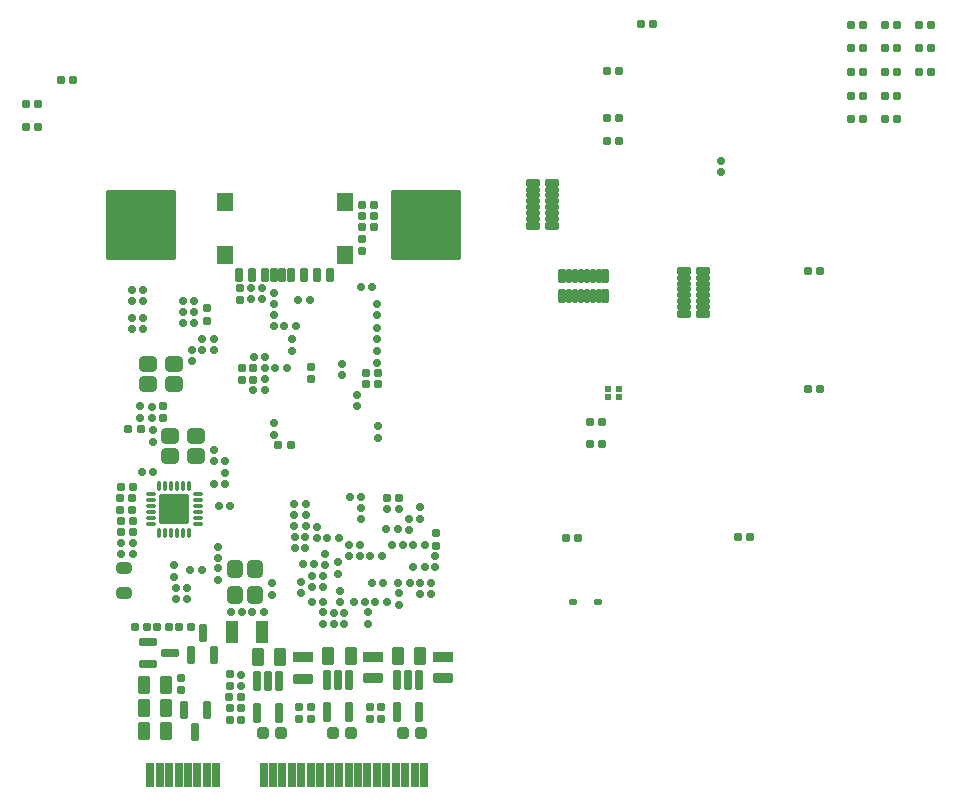
<source format=gbr>
%TF.GenerationSoftware,KiCad,Pcbnew,9.0.3*%
%TF.CreationDate,2025-09-01T16:13:13+03:00*%
%TF.ProjectId,ThingsCore-1,5468696e-6773-4436-9f72-652d312e6b69,rev?*%
%TF.SameCoordinates,Original*%
%TF.FileFunction,Soldermask,Bot*%
%TF.FilePolarity,Negative*%
%FSLAX46Y46*%
G04 Gerber Fmt 4.6, Leading zero omitted, Abs format (unit mm)*
G04 Created by KiCad (PCBNEW 9.0.3) date 2025-09-01 16:13:13*
%MOMM*%
%LPD*%
G01*
G04 APERTURE LIST*
G04 Aperture macros list*
%AMRoundRect*
0 Rectangle with rounded corners*
0 $1 Rounding radius*
0 $2 $3 $4 $5 $6 $7 $8 $9 X,Y pos of 4 corners*
0 Add a 4 corners polygon primitive as box body*
4,1,4,$2,$3,$4,$5,$6,$7,$8,$9,$2,$3,0*
0 Add four circle primitives for the rounded corners*
1,1,$1+$1,$2,$3*
1,1,$1+$1,$4,$5*
1,1,$1+$1,$6,$7*
1,1,$1+$1,$8,$9*
0 Add four rect primitives between the rounded corners*
20,1,$1+$1,$2,$3,$4,$5,0*
20,1,$1+$1,$4,$5,$6,$7,0*
20,1,$1+$1,$6,$7,$8,$9,0*
20,1,$1+$1,$8,$9,$2,$3,0*%
G04 Aperture macros list end*
%ADD10RoundRect,0.181500X-0.181500X0.636500X-0.181500X-0.636500X0.181500X-0.636500X0.181500X0.636500X0*%
%ADD11RoundRect,0.081500X-0.081500X0.344000X-0.081500X-0.344000X0.081500X-0.344000X0.081500X0.344000X0*%
%ADD12RoundRect,0.081500X-0.344000X0.081500X-0.344000X-0.081500X0.344000X-0.081500X0.344000X0.081500X0*%
%ADD13RoundRect,0.038000X-1.225000X1.225000X-1.225000X-1.225000X1.225000X-1.225000X1.225000X1.225000X0*%
%ADD14RoundRect,0.265833X0.472167X0.372167X-0.472167X0.372167X-0.472167X-0.372167X0.472167X-0.372167X0*%
%ADD15RoundRect,0.159000X0.189000X-0.159000X0.189000X0.159000X-0.189000X0.159000X-0.189000X-0.159000X0*%
%ADD16RoundRect,0.159000X-0.189000X0.159000X-0.189000X-0.159000X0.189000X-0.159000X0.189000X0.159000X0*%
%ADD17RoundRect,0.265833X0.372167X-0.472167X0.372167X0.472167X-0.372167X0.472167X-0.372167X-0.472167X0*%
%ADD18RoundRect,0.038000X0.500000X0.900000X-0.500000X0.900000X-0.500000X-0.900000X0.500000X-0.900000X0*%
%ADD19RoundRect,0.154000X-0.204000X0.154000X-0.204000X-0.154000X0.204000X-0.154000X0.204000X0.154000X0*%
%ADD20RoundRect,0.159000X-0.159000X-0.189000X0.159000X-0.189000X0.159000X0.189000X-0.159000X0.189000X0*%
%ADD21RoundRect,0.159000X0.159000X0.189000X-0.159000X0.189000X-0.159000X-0.189000X0.159000X-0.189000X0*%
%ADD22RoundRect,0.038000X-2.900000X-2.900000X2.900000X-2.900000X2.900000X2.900000X-2.900000X2.900000X0*%
%ADD23RoundRect,0.038000X-0.300000X-1.000000X0.300000X-1.000000X0.300000X1.000000X-0.300000X1.000000X0*%
%ADD24RoundRect,0.154000X0.154000X0.204000X-0.154000X0.204000X-0.154000X-0.204000X0.154000X-0.204000X0*%
%ADD25RoundRect,0.154000X-0.154000X-0.204000X0.154000X-0.204000X0.154000X0.204000X-0.154000X0.204000X0*%
%ADD26RoundRect,0.076750X0.525250X0.230250X-0.525250X0.230250X-0.525250X-0.230250X0.525250X-0.230250X0*%
%ADD27RoundRect,0.058000X0.544000X0.174000X-0.544000X0.174000X-0.544000X-0.174000X0.544000X-0.174000X0*%
%ADD28RoundRect,0.269000X-0.269000X-0.494000X0.269000X-0.494000X0.269000X0.494000X-0.269000X0.494000X0*%
%ADD29RoundRect,0.212750X0.675250X-0.212750X0.675250X0.212750X-0.675250X0.212750X-0.675250X-0.212750X0*%
%ADD30RoundRect,0.225250X0.662750X-0.225250X0.662750X0.225250X-0.662750X0.225250X-0.662750X-0.225250X0*%
%ADD31RoundRect,0.038000X0.250000X0.200000X-0.250000X0.200000X-0.250000X-0.200000X0.250000X-0.200000X0*%
%ADD32RoundRect,0.244000X-0.244000X-0.269000X0.244000X-0.269000X0.244000X0.269000X-0.244000X0.269000X0*%
%ADD33RoundRect,0.154000X0.204000X-0.154000X0.204000X0.154000X-0.204000X0.154000X-0.204000X-0.154000X0*%
%ADD34RoundRect,0.050800X0.250000X0.500000X-0.250000X0.500000X-0.250000X-0.500000X0.250000X-0.500000X0*%
%ADD35RoundRect,0.050800X0.650000X0.700000X-0.650000X0.700000X-0.650000X-0.700000X0.650000X-0.700000X0*%
%ADD36RoundRect,0.131500X0.206500X0.131500X-0.206500X0.131500X-0.206500X-0.131500X0.206500X-0.131500X0*%
%ADD37RoundRect,0.169000X0.169000X-0.606500X0.169000X0.606500X-0.169000X0.606500X-0.169000X-0.606500X0*%
%ADD38RoundRect,0.237750X0.400250X-0.237750X0.400250X0.237750X-0.400250X0.237750X-0.400250X-0.237750X0*%
%ADD39RoundRect,0.169000X-0.169000X0.606500X-0.169000X-0.606500X0.169000X-0.606500X0.169000X0.606500X0*%
%ADD40RoundRect,0.169000X-0.606500X-0.169000X0.606500X-0.169000X0.606500X0.169000X-0.606500X0.169000X0*%
%ADD41RoundRect,0.076750X-0.230250X0.525250X-0.230250X-0.525250X0.230250X-0.525250X0.230250X0.525250X0*%
%ADD42RoundRect,0.058000X-0.174000X0.544000X-0.174000X-0.544000X0.174000X-0.544000X0.174000X0.544000X0*%
G04 APERTURE END LIST*
D10*
%TO.C,U5*%
X36975000Y-56500000D03*
X38875000Y-56500000D03*
X38875000Y-53800000D03*
X37925000Y-53800000D03*
X36975000Y-53800000D03*
%TD*%
D11*
%TO.C,U6*%
X16870000Y-37347500D03*
X17370000Y-37347500D03*
X17870000Y-37347500D03*
X18370000Y-37347500D03*
X18870000Y-37347500D03*
X19370000Y-37347500D03*
D12*
X20107500Y-38085000D03*
X20107500Y-38585000D03*
X20107500Y-39085000D03*
X20107500Y-39585000D03*
X20107500Y-40085000D03*
X20107500Y-40585000D03*
D11*
X19370000Y-41322500D03*
X18870000Y-41322500D03*
X18370000Y-41322500D03*
X17870000Y-41322500D03*
X17370000Y-41322500D03*
X16870000Y-41322500D03*
D12*
X16132500Y-40585000D03*
X16132500Y-40085000D03*
X16132500Y-39585000D03*
X16132500Y-39085000D03*
X16132500Y-38585000D03*
X16132500Y-38085000D03*
D13*
X18120000Y-39335000D03*
%TD*%
D14*
%TO.C,Y4*%
X19980000Y-34805000D03*
X17780000Y-34805000D03*
X17780000Y-33105000D03*
X19980000Y-33105000D03*
%TD*%
D15*
%TO.C,C94*%
X16325000Y-32645000D03*
X16325000Y-33605000D03*
%TD*%
D16*
%TO.C,C93*%
X21475000Y-35280000D03*
X21475000Y-34320000D03*
%TD*%
D17*
%TO.C,Y1*%
X24950000Y-46605000D03*
X24950000Y-44405000D03*
X23250000Y-44405000D03*
X23250000Y-46605000D03*
%TD*%
D18*
%TO.C,Y2*%
X25550000Y-49700000D03*
X23050000Y-49700000D03*
%TD*%
D16*
%TO.C,C70*%
X21875000Y-45305000D03*
X21875000Y-44345000D03*
%TD*%
D19*
%TO.C,R35*%
X40300000Y-42410000D03*
X40300000Y-41390000D03*
%TD*%
D20*
%TO.C,C68*%
X25705000Y-48075000D03*
X24745000Y-48075000D03*
%TD*%
D21*
%TO.C,C67*%
X22915000Y-48075000D03*
X23875000Y-48075000D03*
%TD*%
D16*
%TO.C,C71*%
X15275000Y-31600000D03*
X15275000Y-30640000D03*
%TD*%
D15*
%TO.C,C72*%
X16225000Y-30645000D03*
X16225000Y-31605000D03*
%TD*%
D19*
%TO.C,R37*%
X20925000Y-23360000D03*
X20925000Y-22340000D03*
%TD*%
D21*
%TO.C,C90*%
X20520000Y-24925000D03*
X21480000Y-24925000D03*
%TD*%
D20*
%TO.C,C87*%
X19805000Y-21675000D03*
X18845000Y-21675000D03*
%TD*%
D21*
%TO.C,C84*%
X14570000Y-23175000D03*
X15530000Y-23175000D03*
%TD*%
D20*
%TO.C,C88*%
X19805000Y-22600000D03*
X18845000Y-22600000D03*
%TD*%
D21*
%TO.C,C86*%
X15500000Y-20770000D03*
X14540000Y-20770000D03*
%TD*%
%TO.C,C83*%
X14570000Y-24100000D03*
X15530000Y-24100000D03*
%TD*%
D20*
%TO.C,C89*%
X19805000Y-23550000D03*
X18845000Y-23550000D03*
%TD*%
D21*
%TO.C,C85*%
X15505000Y-21700000D03*
X14545000Y-21700000D03*
%TD*%
D22*
%TO.C,U1*%
X15307328Y-15308537D03*
X39486338Y-15314455D03*
D23*
X16100000Y-61802500D03*
X16900000Y-61802500D03*
X17700000Y-61802500D03*
X18500000Y-61802500D03*
X19300000Y-61802500D03*
X20100000Y-61802500D03*
X20900000Y-61802500D03*
X21700000Y-61802500D03*
X25700000Y-61802500D03*
X26500000Y-61802500D03*
X27300000Y-61802500D03*
X28100000Y-61802500D03*
X28900000Y-61802500D03*
X29700000Y-61802500D03*
X30500000Y-61802500D03*
X31300000Y-61802500D03*
X32100000Y-61802500D03*
X32900000Y-61802500D03*
X33700000Y-61802500D03*
X34500000Y-61802500D03*
X35300000Y-61802500D03*
X36100000Y-61802500D03*
X36900000Y-61802500D03*
X37700000Y-61802500D03*
X38500000Y-61802500D03*
X39300000Y-61802500D03*
%TD*%
D15*
%TO.C,C50*%
X33600000Y-30630000D03*
X33600000Y-29670000D03*
%TD*%
D24*
%TO.C,R57*%
X82235000Y1660000D03*
X81215000Y1660000D03*
%TD*%
D21*
%TO.C,C39*%
X35805000Y-45550000D03*
X34845000Y-45550000D03*
%TD*%
D24*
%TO.C,R51*%
X76415000Y-6300000D03*
X75395000Y-6300000D03*
%TD*%
D19*
%TO.C,R21*%
X24840000Y-27365000D03*
X24840000Y-28385000D03*
%TD*%
D25*
%TO.C,R18*%
X36140000Y-38375000D03*
X37160000Y-38375000D03*
%TD*%
D24*
%TO.C,R16*%
X35410000Y-27825000D03*
X34390000Y-27825000D03*
%TD*%
D26*
%TO.C,RN4*%
X50160000Y-11700000D03*
D27*
X50160000Y-12275000D03*
X50160000Y-12775000D03*
X50160000Y-13275000D03*
X50160000Y-13775000D03*
X50160000Y-14275000D03*
X50160000Y-14775000D03*
D26*
X50160000Y-15350000D03*
X48490000Y-15350000D03*
D27*
X48490000Y-14775000D03*
X48490000Y-14275000D03*
X48490000Y-13775000D03*
X48490000Y-13275000D03*
X48490000Y-12775000D03*
X48490000Y-12275000D03*
D26*
X48490000Y-11700000D03*
%TD*%
D21*
%TO.C,C52*%
X25830000Y-26475000D03*
X24870000Y-26475000D03*
%TD*%
D25*
%TO.C,R33*%
X34050000Y-14535000D03*
X35070000Y-14535000D03*
%TD*%
D24*
%TO.C,R29*%
X9555000Y-3000000D03*
X8535000Y-3000000D03*
%TD*%
D15*
%TO.C,C26*%
X32550000Y-49055000D03*
X32550000Y-48095000D03*
%TD*%
D24*
%TO.C,R13*%
X52315000Y-41745000D03*
X51295000Y-41745000D03*
%TD*%
D16*
%TO.C,C27*%
X32150000Y-46270000D03*
X32150000Y-47230000D03*
%TD*%
%TO.C,C56*%
X35325000Y-25970000D03*
X35325000Y-26930000D03*
%TD*%
D24*
%TO.C,R53*%
X79325000Y-330000D03*
X78305000Y-330000D03*
%TD*%
D28*
%TO.C,C6*%
X37075000Y-51775000D03*
X38975000Y-51775000D03*
%TD*%
D19*
%TO.C,R5*%
X34700000Y-56090000D03*
X34700000Y-57110000D03*
%TD*%
D21*
%TO.C,C61*%
X34880000Y-20550000D03*
X33920000Y-20550000D03*
%TD*%
D29*
%TO.C,L3*%
X40900000Y-53637500D03*
D30*
X40900000Y-51837500D03*
%TD*%
D16*
%TO.C,C40*%
X29240000Y-41695000D03*
X29240000Y-42655000D03*
%TD*%
D24*
%TO.C,R15*%
X35410000Y-28775000D03*
X34390000Y-28775000D03*
%TD*%
D25*
%TO.C,R23*%
X14265000Y-32550000D03*
X15285000Y-32550000D03*
%TD*%
D24*
%TO.C,R27*%
X6645000Y-4990000D03*
X5625000Y-4990000D03*
%TD*%
D25*
%TO.C,R10*%
X18532500Y-49312500D03*
X19552500Y-49312500D03*
%TD*%
D19*
%TO.C,R8*%
X22900000Y-53315000D03*
X22900000Y-54335000D03*
%TD*%
D24*
%TO.C,R38*%
X55775000Y-2205000D03*
X54755000Y-2205000D03*
%TD*%
D16*
%TO.C,C46*%
X38975000Y-45545000D03*
X38975000Y-46505000D03*
%TD*%
D24*
%TO.C,R52*%
X79325000Y1660000D03*
X78305000Y1660000D03*
%TD*%
D21*
%TO.C,C80*%
X19205000Y-46925000D03*
X18245000Y-46925000D03*
%TD*%
D15*
%TO.C,C92*%
X19625000Y-26805000D03*
X19625000Y-25845000D03*
%TD*%
D21*
%TO.C,C53*%
X25805000Y-29267836D03*
X24845000Y-29267836D03*
%TD*%
D24*
%TO.C,R12*%
X15810000Y-49300000D03*
X14790000Y-49300000D03*
%TD*%
D20*
%TO.C,C14*%
X28320000Y-39850000D03*
X29280000Y-39850000D03*
%TD*%
D24*
%TO.C,R30*%
X54350000Y-33825000D03*
X53330000Y-33825000D03*
%TD*%
%TO.C,R9*%
X66890000Y-41655000D03*
X65870000Y-41655000D03*
%TD*%
%TO.C,R48*%
X76415000Y-330000D03*
X75395000Y-330000D03*
%TD*%
D31*
%TO.C,RN2*%
X55835000Y-29155000D03*
X55835000Y-29855000D03*
X54835000Y-29855000D03*
X54835000Y-29155000D03*
%TD*%
D15*
%TO.C,C44*%
X37155000Y-47430000D03*
X37155000Y-46470000D03*
%TD*%
D20*
%TO.C,C36*%
X32920000Y-42400000D03*
X33880000Y-42400000D03*
%TD*%
%TO.C,C17*%
X28320000Y-40775000D03*
X29280000Y-40775000D03*
%TD*%
D24*
%TO.C,R59*%
X82235000Y-2320000D03*
X81215000Y-2320000D03*
%TD*%
D32*
%TO.C,C2*%
X31537500Y-58275000D03*
X33087500Y-58275000D03*
%TD*%
D33*
%TO.C,R26*%
X23725000Y-21635000D03*
X23725000Y-20615000D03*
%TD*%
D24*
%TO.C,R40*%
X55775000Y-6185000D03*
X54755000Y-6185000D03*
%TD*%
D20*
%TO.C,C41*%
X36570000Y-42400000D03*
X37530000Y-42400000D03*
%TD*%
D16*
%TO.C,C19*%
X30200000Y-40845000D03*
X30200000Y-41805000D03*
%TD*%
%TO.C,C95*%
X22400000Y-35295000D03*
X22400000Y-36255000D03*
%TD*%
%TO.C,C51*%
X25800000Y-27387836D03*
X25800000Y-28347836D03*
%TD*%
%TO.C,C55*%
X32350000Y-27020000D03*
X32350000Y-27980000D03*
%TD*%
D34*
%TO.C,U9*%
X23649900Y-19517400D03*
X24750000Y-19517400D03*
X25849800Y-19517400D03*
X26599900Y-19517400D03*
X28049900Y-19517400D03*
X29149800Y-19517400D03*
X30249800Y-19517400D03*
X31349900Y-19517400D03*
X27299900Y-19517400D03*
D35*
X32599800Y-17782400D03*
X32599800Y-13332500D03*
X22400000Y-13332500D03*
X22400000Y-17782400D03*
%TD*%
D36*
%TO.C,D1*%
X54005000Y-47195000D03*
X51905000Y-47195000D03*
%TD*%
D26*
%TO.C,RN1*%
X62935000Y-19160000D03*
D27*
X62935000Y-19735000D03*
X62935000Y-20235000D03*
X62935000Y-20735000D03*
X62935000Y-21235000D03*
X62935000Y-21735000D03*
X62935000Y-22235000D03*
D26*
X62935000Y-22810000D03*
X61265000Y-22810000D03*
D27*
X61265000Y-22235000D03*
X61265000Y-21735000D03*
X61265000Y-21235000D03*
X61265000Y-20735000D03*
X61265000Y-20235000D03*
X61265000Y-19735000D03*
D26*
X61265000Y-19160000D03*
%TD*%
D20*
%TO.C,C78*%
X18245000Y-46000000D03*
X19205000Y-46000000D03*
%TD*%
D21*
%TO.C,C21*%
X36130000Y-47175000D03*
X35170000Y-47175000D03*
%TD*%
D15*
%TO.C,C35*%
X30700000Y-49030000D03*
X30700000Y-48070000D03*
%TD*%
D21*
%TO.C,C48*%
X37055000Y-41025000D03*
X36095000Y-41025000D03*
%TD*%
D37*
%TO.C,Q2*%
X21487500Y-51687500D03*
X19587500Y-51687500D03*
X20537500Y-49812500D03*
%TD*%
D20*
%TO.C,C97*%
X13645000Y-43150000D03*
X14605000Y-43150000D03*
%TD*%
D33*
%TO.C,R6*%
X35650000Y-57110000D03*
X35650000Y-56090000D03*
%TD*%
D24*
%TO.C,R47*%
X76415000Y1660000D03*
X75395000Y1660000D03*
%TD*%
D38*
%TO.C,FB1*%
X13900000Y-46437500D03*
X13900000Y-44312500D03*
%TD*%
D24*
%TO.C,R54*%
X79325000Y-2320000D03*
X78305000Y-2320000D03*
%TD*%
D20*
%TO.C,C11*%
X28320000Y-38925000D03*
X29280000Y-38925000D03*
%TD*%
%TO.C,C25*%
X29765737Y-44972263D03*
X30725737Y-44972263D03*
%TD*%
D39*
%TO.C,Q1*%
X18975000Y-56337500D03*
X20875000Y-56337500D03*
X19925000Y-58212500D03*
%TD*%
D21*
%TO.C,C91*%
X21480000Y-25875000D03*
X20520000Y-25875000D03*
%TD*%
%TO.C,C37*%
X35705000Y-43325000D03*
X34745000Y-43325000D03*
%TD*%
%TO.C,C43*%
X38085000Y-45575000D03*
X37125000Y-45575000D03*
%TD*%
D28*
%TO.C,C9*%
X15575000Y-56162500D03*
X17475000Y-56162500D03*
%TD*%
D20*
%TO.C,C98*%
X13645000Y-42205000D03*
X14605000Y-42205000D03*
%TD*%
D19*
%TO.C,R19*%
X18675000Y-53640000D03*
X18675000Y-54660000D03*
%TD*%
D24*
%TO.C,R20*%
X72835000Y-19175000D03*
X71815000Y-19175000D03*
%TD*%
D33*
%TO.C,R2*%
X23800000Y-57185000D03*
X23800000Y-56165000D03*
%TD*%
D15*
%TO.C,C74*%
X25600000Y-21580000D03*
X25600000Y-20620000D03*
%TD*%
D16*
%TO.C,C77*%
X18125000Y-44100000D03*
X18125000Y-45060000D03*
%TD*%
D28*
%TO.C,C10*%
X15550000Y-54187500D03*
X17450000Y-54187500D03*
%TD*%
D15*
%TO.C,C69*%
X26400000Y-46580000D03*
X26400000Y-45620000D03*
%TD*%
D40*
%TO.C,Q3*%
X15925000Y-52450000D03*
X15925000Y-50550000D03*
X17800000Y-51500000D03*
%TD*%
D20*
%TO.C,C24*%
X29765737Y-45897263D03*
X30725737Y-45897263D03*
%TD*%
D33*
%TO.C,R22*%
X23900000Y-28385000D03*
X23900000Y-27365000D03*
%TD*%
D28*
%TO.C,C3*%
X25225000Y-51850000D03*
X27125000Y-51850000D03*
%TD*%
D10*
%TO.C,U3*%
X25125000Y-53875000D03*
X26075000Y-53875000D03*
X27025000Y-53875000D03*
X27025000Y-56575000D03*
X25125000Y-56575000D03*
%TD*%
D14*
%TO.C,Y3*%
X18150000Y-28725000D03*
X15950000Y-28725000D03*
X15950000Y-27025000D03*
X18150000Y-27025000D03*
%TD*%
D25*
%TO.C,R34*%
X34015000Y-13550000D03*
X35035000Y-13550000D03*
%TD*%
D15*
%TO.C,C64*%
X26550000Y-23855000D03*
X26550000Y-22895000D03*
%TD*%
D32*
%TO.C,C1*%
X25625000Y-58325000D03*
X27175000Y-58325000D03*
%TD*%
D25*
%TO.C,R11*%
X16642500Y-49312500D03*
X17662500Y-49312500D03*
%TD*%
D24*
%TO.C,R36*%
X72835000Y-29125000D03*
X71815000Y-29125000D03*
%TD*%
D16*
%TO.C,C23*%
X38950000Y-39170000D03*
X38950000Y-40130000D03*
%TD*%
D21*
%TO.C,C66*%
X39355000Y-44200000D03*
X38395000Y-44200000D03*
%TD*%
D24*
%TO.C,R41*%
X55775000Y-8175000D03*
X54755000Y-8175000D03*
%TD*%
D33*
%TO.C,R4*%
X29712500Y-57110000D03*
X29712500Y-56090000D03*
%TD*%
D24*
%TO.C,R31*%
X54350000Y-31975000D03*
X53330000Y-31975000D03*
%TD*%
D16*
%TO.C,C73*%
X24650000Y-20620000D03*
X24650000Y-21580000D03*
%TD*%
%TO.C,C32*%
X30875000Y-43120000D03*
X30875000Y-44080000D03*
%TD*%
D25*
%TO.C,R32*%
X34055000Y-15475000D03*
X35075000Y-15475000D03*
%TD*%
%TO.C,R46*%
X13590000Y-40315000D03*
X14610000Y-40315000D03*
%TD*%
%TO.C,R17*%
X26965000Y-33925000D03*
X27985000Y-33925000D03*
%TD*%
D32*
%TO.C,C5*%
X37475000Y-58275000D03*
X39025000Y-58275000D03*
%TD*%
D24*
%TO.C,R56*%
X79325000Y-6300000D03*
X78305000Y-6300000D03*
%TD*%
D20*
%TO.C,C31*%
X32925000Y-43325000D03*
X33885000Y-43325000D03*
%TD*%
D16*
%TO.C,C34*%
X32025000Y-43845000D03*
X32025000Y-44805000D03*
%TD*%
D21*
%TO.C,C49*%
X27655000Y-27400000D03*
X26695000Y-27400000D03*
%TD*%
D16*
%TO.C,C7*%
X23800000Y-53345000D03*
X23800000Y-54305000D03*
%TD*%
D20*
%TO.C,C57*%
X27445000Y-23850000D03*
X28405000Y-23850000D03*
%TD*%
D19*
%TO.C,R24*%
X17150000Y-30615000D03*
X17150000Y-31635000D03*
%TD*%
D24*
%TO.C,R50*%
X76415000Y-4310000D03*
X75395000Y-4310000D03*
%TD*%
D16*
%TO.C,C54*%
X28100000Y-24945000D03*
X28100000Y-25905000D03*
%TD*%
D15*
%TO.C,C22*%
X34550000Y-49030000D03*
X34550000Y-48070000D03*
%TD*%
D33*
%TO.C,R25*%
X34050000Y-17510000D03*
X34050000Y-16490000D03*
%TD*%
D28*
%TO.C,C4*%
X31162500Y-51775000D03*
X33062500Y-51775000D03*
%TD*%
D15*
%TO.C,C65*%
X26575000Y-33030000D03*
X26575000Y-32070000D03*
%TD*%
D21*
%TO.C,C33*%
X34305000Y-47175000D03*
X33345000Y-47175000D03*
%TD*%
D25*
%TO.C,R39*%
X13590000Y-37455000D03*
X14610000Y-37455000D03*
%TD*%
D29*
%TO.C,L2*%
X34962500Y-53612500D03*
D30*
X34962500Y-51812500D03*
%TD*%
D25*
%TO.C,R44*%
X13580000Y-38405000D03*
X14600000Y-38405000D03*
%TD*%
D24*
%TO.C,R28*%
X6645000Y-6980000D03*
X5625000Y-6980000D03*
%TD*%
D19*
%TO.C,R1*%
X22850000Y-56165000D03*
X22850000Y-57185000D03*
%TD*%
D20*
%TO.C,C99*%
X15395000Y-36225000D03*
X16355000Y-36225000D03*
%TD*%
%TO.C,C28*%
X29770000Y-47175000D03*
X30730000Y-47175000D03*
%TD*%
D15*
%TO.C,C60*%
X35350000Y-33280000D03*
X35350000Y-32320000D03*
%TD*%
D21*
%TO.C,C101*%
X22880000Y-39050000D03*
X21920000Y-39050000D03*
%TD*%
D16*
%TO.C,C16*%
X33925000Y-39220000D03*
X33925000Y-40180000D03*
%TD*%
%TO.C,C20*%
X28875000Y-45495000D03*
X28875000Y-46455000D03*
%TD*%
D20*
%TO.C,C12*%
X36170000Y-39300000D03*
X37130000Y-39300000D03*
%TD*%
D25*
%TO.C,R43*%
X13580000Y-39365000D03*
X14600000Y-39365000D03*
%TD*%
D10*
%TO.C,U4*%
X31050000Y-53800000D03*
X32000000Y-53800000D03*
X32950000Y-53800000D03*
X32950000Y-56500000D03*
X31050000Y-56500000D03*
%TD*%
D19*
%TO.C,R14*%
X29725000Y-27290000D03*
X29725000Y-28310000D03*
%TD*%
D15*
%TO.C,C15*%
X38025000Y-41130000D03*
X38025000Y-40170000D03*
%TD*%
D16*
%TO.C,C59*%
X35325000Y-21945000D03*
X35325000Y-22905000D03*
%TD*%
D15*
%TO.C,C47*%
X40250000Y-44230000D03*
X40250000Y-43270000D03*
%TD*%
D21*
%TO.C,C62*%
X29605000Y-21600000D03*
X28645000Y-21600000D03*
%TD*%
D28*
%TO.C,C8*%
X15575000Y-58132500D03*
X17475000Y-58132500D03*
%TD*%
D21*
%TO.C,C96*%
X22430000Y-37175000D03*
X21470000Y-37175000D03*
%TD*%
D15*
%TO.C,C30*%
X31625000Y-49055000D03*
X31625000Y-48095000D03*
%TD*%
D19*
%TO.C,R3*%
X28737500Y-56090000D03*
X28737500Y-57110000D03*
%TD*%
D24*
%TO.C,R55*%
X79325000Y-4310000D03*
X78305000Y-4310000D03*
%TD*%
D41*
%TO.C,RN3*%
X51000000Y-19590000D03*
D42*
X51575000Y-19590000D03*
X52075000Y-19590000D03*
X52575000Y-19590000D03*
X53075000Y-19590000D03*
X53575000Y-19590000D03*
X54075000Y-19590000D03*
D41*
X54650000Y-19590000D03*
X54650000Y-21260000D03*
D42*
X54075000Y-21260000D03*
X53575000Y-21260000D03*
X53075000Y-21260000D03*
X52575000Y-21260000D03*
X52075000Y-21260000D03*
X51575000Y-21260000D03*
D41*
X51000000Y-21260000D03*
%TD*%
D24*
%TO.C,R42*%
X58685000Y1775000D03*
X57665000Y1775000D03*
%TD*%
%TO.C,R58*%
X82235000Y-330000D03*
X81215000Y-330000D03*
%TD*%
%TO.C,R7*%
X23810000Y-55250000D03*
X22790000Y-55250000D03*
%TD*%
%TO.C,R49*%
X76415000Y-2320000D03*
X75395000Y-2320000D03*
%TD*%
D15*
%TO.C,C63*%
X35325000Y-24930000D03*
X35325000Y-23970000D03*
%TD*%
D25*
%TO.C,R45*%
X13590000Y-41280000D03*
X14610000Y-41280000D03*
%TD*%
D15*
%TO.C,C58*%
X26550000Y-22005000D03*
X26550000Y-21045000D03*
%TD*%
D16*
%TO.C,C79*%
X21850000Y-42515000D03*
X21850000Y-43475000D03*
%TD*%
D21*
%TO.C,C13*%
X32050000Y-41750000D03*
X31090000Y-41750000D03*
%TD*%
D16*
%TO.C,C45*%
X39900000Y-45545000D03*
X39900000Y-46505000D03*
%TD*%
D20*
%TO.C,C76*%
X20455000Y-44475000D03*
X19495000Y-44475000D03*
%TD*%
D21*
%TO.C,C42*%
X39355000Y-42400000D03*
X38395000Y-42400000D03*
%TD*%
%TO.C,C18*%
X33953670Y-38331475D03*
X32993670Y-38331475D03*
%TD*%
D16*
%TO.C,C38*%
X28325000Y-41695000D03*
X28325000Y-42655000D03*
%TD*%
D15*
%TO.C,C75*%
X64425000Y-10785000D03*
X64425000Y-9825000D03*
%TD*%
D29*
%TO.C,L1*%
X29050000Y-53687500D03*
D30*
X29050000Y-51887500D03*
%TD*%
D20*
%TO.C,C29*%
X29020000Y-43975000D03*
X29980000Y-43975000D03*
%TD*%
M02*

</source>
